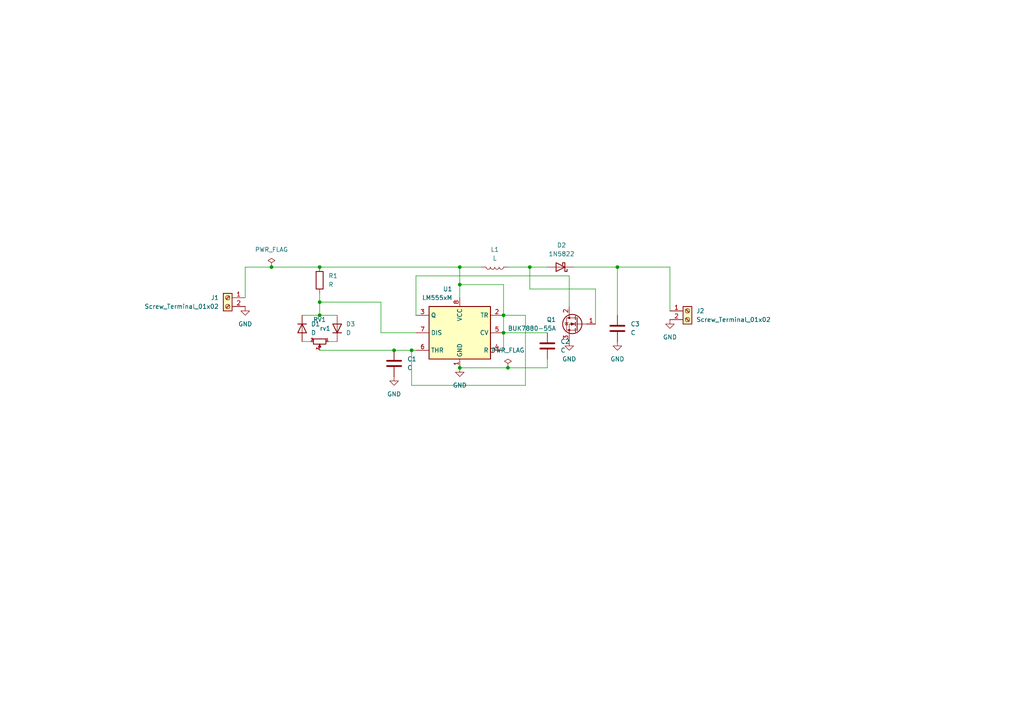
<source format=kicad_sch>
(kicad_sch
	(version 20250114)
	(generator "eeschema")
	(generator_version "9.0")
	(uuid "eabedc45-54a9-40a8-aaa3-efbe62cd3bf7")
	(paper "A4")
	(lib_symbols
		(symbol "Connector:Screw_Terminal_01x02"
			(pin_names
				(offset 1.016)
				(hide yes)
			)
			(exclude_from_sim no)
			(in_bom yes)
			(on_board yes)
			(property "Reference" "J"
				(at 0 2.54 0)
				(effects
					(font
						(size 1.27 1.27)
					)
				)
			)
			(property "Value" "Screw_Terminal_01x02"
				(at 0 -5.08 0)
				(effects
					(font
						(size 1.27 1.27)
					)
				)
			)
			(property "Footprint" ""
				(at 0 0 0)
				(effects
					(font
						(size 1.27 1.27)
					)
					(hide yes)
				)
			)
			(property "Datasheet" "~"
				(at 0 0 0)
				(effects
					(font
						(size 1.27 1.27)
					)
					(hide yes)
				)
			)
			(property "Description" "Generic screw terminal, single row, 01x02, script generated (kicad-library-utils/schlib/autogen/connector/)"
				(at 0 0 0)
				(effects
					(font
						(size 1.27 1.27)
					)
					(hide yes)
				)
			)
			(property "ki_keywords" "screw terminal"
				(at 0 0 0)
				(effects
					(font
						(size 1.27 1.27)
					)
					(hide yes)
				)
			)
			(property "ki_fp_filters" "TerminalBlock*:*"
				(at 0 0 0)
				(effects
					(font
						(size 1.27 1.27)
					)
					(hide yes)
				)
			)
			(symbol "Screw_Terminal_01x02_1_1"
				(rectangle
					(start -1.27 1.27)
					(end 1.27 -3.81)
					(stroke
						(width 0.254)
						(type default)
					)
					(fill
						(type background)
					)
				)
				(polyline
					(pts
						(xy -0.5334 0.3302) (xy 0.3302 -0.508)
					)
					(stroke
						(width 0.1524)
						(type default)
					)
					(fill
						(type none)
					)
				)
				(polyline
					(pts
						(xy -0.5334 -2.2098) (xy 0.3302 -3.048)
					)
					(stroke
						(width 0.1524)
						(type default)
					)
					(fill
						(type none)
					)
				)
				(polyline
					(pts
						(xy -0.3556 0.508) (xy 0.508 -0.3302)
					)
					(stroke
						(width 0.1524)
						(type default)
					)
					(fill
						(type none)
					)
				)
				(polyline
					(pts
						(xy -0.3556 -2.032) (xy 0.508 -2.8702)
					)
					(stroke
						(width 0.1524)
						(type default)
					)
					(fill
						(type none)
					)
				)
				(circle
					(center 0 0)
					(radius 0.635)
					(stroke
						(width 0.1524)
						(type default)
					)
					(fill
						(type none)
					)
				)
				(circle
					(center 0 -2.54)
					(radius 0.635)
					(stroke
						(width 0.1524)
						(type default)
					)
					(fill
						(type none)
					)
				)
				(pin passive line
					(at -5.08 0 0)
					(length 3.81)
					(name "Pin_1"
						(effects
							(font
								(size 1.27 1.27)
							)
						)
					)
					(number "1"
						(effects
							(font
								(size 1.27 1.27)
							)
						)
					)
				)
				(pin passive line
					(at -5.08 -2.54 0)
					(length 3.81)
					(name "Pin_2"
						(effects
							(font
								(size 1.27 1.27)
							)
						)
					)
					(number "2"
						(effects
							(font
								(size 1.27 1.27)
							)
						)
					)
				)
			)
			(embedded_fonts no)
		)
		(symbol "Device:C"
			(pin_numbers
				(hide yes)
			)
			(pin_names
				(offset 0.254)
			)
			(exclude_from_sim no)
			(in_bom yes)
			(on_board yes)
			(property "Reference" "C"
				(at 0.635 2.54 0)
				(effects
					(font
						(size 1.27 1.27)
					)
					(justify left)
				)
			)
			(property "Value" "C"
				(at 0.635 -2.54 0)
				(effects
					(font
						(size 1.27 1.27)
					)
					(justify left)
				)
			)
			(property "Footprint" ""
				(at 0.9652 -3.81 0)
				(effects
					(font
						(size 1.27 1.27)
					)
					(hide yes)
				)
			)
			(property "Datasheet" "~"
				(at 0 0 0)
				(effects
					(font
						(size 1.27 1.27)
					)
					(hide yes)
				)
			)
			(property "Description" "Unpolarized capacitor"
				(at 0 0 0)
				(effects
					(font
						(size 1.27 1.27)
					)
					(hide yes)
				)
			)
			(property "ki_keywords" "cap capacitor"
				(at 0 0 0)
				(effects
					(font
						(size 1.27 1.27)
					)
					(hide yes)
				)
			)
			(property "ki_fp_filters" "C_*"
				(at 0 0 0)
				(effects
					(font
						(size 1.27 1.27)
					)
					(hide yes)
				)
			)
			(symbol "C_0_1"
				(polyline
					(pts
						(xy -2.032 0.762) (xy 2.032 0.762)
					)
					(stroke
						(width 0.508)
						(type default)
					)
					(fill
						(type none)
					)
				)
				(polyline
					(pts
						(xy -2.032 -0.762) (xy 2.032 -0.762)
					)
					(stroke
						(width 0.508)
						(type default)
					)
					(fill
						(type none)
					)
				)
			)
			(symbol "C_1_1"
				(pin passive line
					(at 0 3.81 270)
					(length 2.794)
					(name "~"
						(effects
							(font
								(size 1.27 1.27)
							)
						)
					)
					(number "1"
						(effects
							(font
								(size 1.27 1.27)
							)
						)
					)
				)
				(pin passive line
					(at 0 -3.81 90)
					(length 2.794)
					(name "~"
						(effects
							(font
								(size 1.27 1.27)
							)
						)
					)
					(number "2"
						(effects
							(font
								(size 1.27 1.27)
							)
						)
					)
				)
			)
			(embedded_fonts no)
		)
		(symbol "Device:D"
			(pin_numbers
				(hide yes)
			)
			(pin_names
				(offset 1.016)
				(hide yes)
			)
			(exclude_from_sim no)
			(in_bom yes)
			(on_board yes)
			(property "Reference" "D"
				(at 0 2.54 0)
				(effects
					(font
						(size 1.27 1.27)
					)
				)
			)
			(property "Value" "D"
				(at 0 -2.54 0)
				(effects
					(font
						(size 1.27 1.27)
					)
				)
			)
			(property "Footprint" ""
				(at 0 0 0)
				(effects
					(font
						(size 1.27 1.27)
					)
					(hide yes)
				)
			)
			(property "Datasheet" "~"
				(at 0 0 0)
				(effects
					(font
						(size 1.27 1.27)
					)
					(hide yes)
				)
			)
			(property "Description" "Diode"
				(at 0 0 0)
				(effects
					(font
						(size 1.27 1.27)
					)
					(hide yes)
				)
			)
			(property "Sim.Device" "D"
				(at 0 0 0)
				(effects
					(font
						(size 1.27 1.27)
					)
					(hide yes)
				)
			)
			(property "Sim.Pins" "1=K 2=A"
				(at 0 0 0)
				(effects
					(font
						(size 1.27 1.27)
					)
					(hide yes)
				)
			)
			(property "ki_keywords" "diode"
				(at 0 0 0)
				(effects
					(font
						(size 1.27 1.27)
					)
					(hide yes)
				)
			)
			(property "ki_fp_filters" "TO-???* *_Diode_* *SingleDiode* D_*"
				(at 0 0 0)
				(effects
					(font
						(size 1.27 1.27)
					)
					(hide yes)
				)
			)
			(symbol "D_0_1"
				(polyline
					(pts
						(xy -1.27 1.27) (xy -1.27 -1.27)
					)
					(stroke
						(width 0.254)
						(type default)
					)
					(fill
						(type none)
					)
				)
				(polyline
					(pts
						(xy 1.27 1.27) (xy 1.27 -1.27) (xy -1.27 0) (xy 1.27 1.27)
					)
					(stroke
						(width 0.254)
						(type default)
					)
					(fill
						(type none)
					)
				)
				(polyline
					(pts
						(xy 1.27 0) (xy -1.27 0)
					)
					(stroke
						(width 0)
						(type default)
					)
					(fill
						(type none)
					)
				)
			)
			(symbol "D_1_1"
				(pin passive line
					(at -3.81 0 0)
					(length 2.54)
					(name "K"
						(effects
							(font
								(size 1.27 1.27)
							)
						)
					)
					(number "1"
						(effects
							(font
								(size 1.27 1.27)
							)
						)
					)
				)
				(pin passive line
					(at 3.81 0 180)
					(length 2.54)
					(name "A"
						(effects
							(font
								(size 1.27 1.27)
							)
						)
					)
					(number "2"
						(effects
							(font
								(size 1.27 1.27)
							)
						)
					)
				)
			)
			(embedded_fonts no)
		)
		(symbol "Device:L"
			(pin_numbers
				(hide yes)
			)
			(pin_names
				(offset 1.016)
				(hide yes)
			)
			(exclude_from_sim no)
			(in_bom yes)
			(on_board yes)
			(property "Reference" "L"
				(at -1.27 0 90)
				(effects
					(font
						(size 1.27 1.27)
					)
				)
			)
			(property "Value" "L"
				(at 1.905 0 90)
				(effects
					(font
						(size 1.27 1.27)
					)
				)
			)
			(property "Footprint" ""
				(at 0 0 0)
				(effects
					(font
						(size 1.27 1.27)
					)
					(hide yes)
				)
			)
			(property "Datasheet" "~"
				(at 0 0 0)
				(effects
					(font
						(size 1.27 1.27)
					)
					(hide yes)
				)
			)
			(property "Description" "Inductor"
				(at 0 0 0)
				(effects
					(font
						(size 1.27 1.27)
					)
					(hide yes)
				)
			)
			(property "ki_keywords" "inductor choke coil reactor magnetic"
				(at 0 0 0)
				(effects
					(font
						(size 1.27 1.27)
					)
					(hide yes)
				)
			)
			(property "ki_fp_filters" "Choke_* *Coil* Inductor_* L_*"
				(at 0 0 0)
				(effects
					(font
						(size 1.27 1.27)
					)
					(hide yes)
				)
			)
			(symbol "L_0_1"
				(arc
					(start 0 2.54)
					(mid 0.6323 1.905)
					(end 0 1.27)
					(stroke
						(width 0)
						(type default)
					)
					(fill
						(type none)
					)
				)
				(arc
					(start 0 1.27)
					(mid 0.6323 0.635)
					(end 0 0)
					(stroke
						(width 0)
						(type default)
					)
					(fill
						(type none)
					)
				)
				(arc
					(start 0 0)
					(mid 0.6323 -0.635)
					(end 0 -1.27)
					(stroke
						(width 0)
						(type default)
					)
					(fill
						(type none)
					)
				)
				(arc
					(start 0 -1.27)
					(mid 0.6323 -1.905)
					(end 0 -2.54)
					(stroke
						(width 0)
						(type default)
					)
					(fill
						(type none)
					)
				)
			)
			(symbol "L_1_1"
				(pin passive line
					(at 0 3.81 270)
					(length 1.27)
					(name "1"
						(effects
							(font
								(size 1.27 1.27)
							)
						)
					)
					(number "1"
						(effects
							(font
								(size 1.27 1.27)
							)
						)
					)
				)
				(pin passive line
					(at 0 -3.81 90)
					(length 1.27)
					(name "2"
						(effects
							(font
								(size 1.27 1.27)
							)
						)
					)
					(number "2"
						(effects
							(font
								(size 1.27 1.27)
							)
						)
					)
				)
			)
			(embedded_fonts no)
		)
		(symbol "Device:R"
			(pin_numbers
				(hide yes)
			)
			(pin_names
				(offset 0)
			)
			(exclude_from_sim no)
			(in_bom yes)
			(on_board yes)
			(property "Reference" "R"
				(at 2.032 0 90)
				(effects
					(font
						(size 1.27 1.27)
					)
				)
			)
			(property "Value" "R"
				(at 0 0 90)
				(effects
					(font
						(size 1.27 1.27)
					)
				)
			)
			(property "Footprint" ""
				(at -1.778 0 90)
				(effects
					(font
						(size 1.27 1.27)
					)
					(hide yes)
				)
			)
			(property "Datasheet" "~"
				(at 0 0 0)
				(effects
					(font
						(size 1.27 1.27)
					)
					(hide yes)
				)
			)
			(property "Description" "Resistor"
				(at 0 0 0)
				(effects
					(font
						(size 1.27 1.27)
					)
					(hide yes)
				)
			)
			(property "ki_keywords" "R res resistor"
				(at 0 0 0)
				(effects
					(font
						(size 1.27 1.27)
					)
					(hide yes)
				)
			)
			(property "ki_fp_filters" "R_*"
				(at 0 0 0)
				(effects
					(font
						(size 1.27 1.27)
					)
					(hide yes)
				)
			)
			(symbol "R_0_1"
				(rectangle
					(start -1.016 -2.54)
					(end 1.016 2.54)
					(stroke
						(width 0.254)
						(type default)
					)
					(fill
						(type none)
					)
				)
			)
			(symbol "R_1_1"
				(pin passive line
					(at 0 3.81 270)
					(length 1.27)
					(name "~"
						(effects
							(font
								(size 1.27 1.27)
							)
						)
					)
					(number "1"
						(effects
							(font
								(size 1.27 1.27)
							)
						)
					)
				)
				(pin passive line
					(at 0 -3.81 90)
					(length 1.27)
					(name "~"
						(effects
							(font
								(size 1.27 1.27)
							)
						)
					)
					(number "2"
						(effects
							(font
								(size 1.27 1.27)
							)
						)
					)
				)
			)
			(embedded_fonts no)
		)
		(symbol "Device:R_Potentiometer_Small"
			(pin_names
				(offset 1.016)
				(hide yes)
			)
			(exclude_from_sim no)
			(in_bom yes)
			(on_board yes)
			(property "Reference" "RV"
				(at -4.445 0 90)
				(effects
					(font
						(size 1.27 1.27)
					)
				)
			)
			(property "Value" "R_Potentiometer_Small"
				(at -2.54 0 90)
				(effects
					(font
						(size 1.27 1.27)
					)
				)
			)
			(property "Footprint" ""
				(at 0 0 0)
				(effects
					(font
						(size 1.27 1.27)
					)
					(hide yes)
				)
			)
			(property "Datasheet" "~"
				(at 0 0 0)
				(effects
					(font
						(size 1.27 1.27)
					)
					(hide yes)
				)
			)
			(property "Description" "Potentiometer"
				(at 0 0 0)
				(effects
					(font
						(size 1.27 1.27)
					)
					(hide yes)
				)
			)
			(property "ki_keywords" "resistor variable"
				(at 0 0 0)
				(effects
					(font
						(size 1.27 1.27)
					)
					(hide yes)
				)
			)
			(property "ki_fp_filters" "Potentiometer*"
				(at 0 0 0)
				(effects
					(font
						(size 1.27 1.27)
					)
					(hide yes)
				)
			)
			(symbol "R_Potentiometer_Small_0_1"
				(rectangle
					(start 0.762 1.8034)
					(end -0.762 -1.8034)
					(stroke
						(width 0.254)
						(type default)
					)
					(fill
						(type none)
					)
				)
				(polyline
					(pts
						(xy 0.889 0) (xy 0.635 0) (xy 1.651 0.381) (xy 1.651 -0.381) (xy 0.635 0) (xy 0.889 0)
					)
					(stroke
						(width 0)
						(type default)
					)
					(fill
						(type outline)
					)
				)
			)
			(symbol "R_Potentiometer_Small_1_1"
				(pin passive line
					(at 0 2.54 270)
					(length 0.635)
					(name "1"
						(effects
							(font
								(size 0.635 0.635)
							)
						)
					)
					(number "1"
						(effects
							(font
								(size 0.635 0.635)
							)
						)
					)
				)
				(pin passive line
					(at 0 -2.54 90)
					(length 0.635)
					(name "3"
						(effects
							(font
								(size 0.635 0.635)
							)
						)
					)
					(number "3"
						(effects
							(font
								(size 0.635 0.635)
							)
						)
					)
				)
				(pin passive line
					(at 2.54 0 180)
					(length 0.9906)
					(name "2"
						(effects
							(font
								(size 0.635 0.635)
							)
						)
					)
					(number "2"
						(effects
							(font
								(size 0.635 0.635)
							)
						)
					)
				)
			)
			(embedded_fonts no)
		)
		(symbol "Diode:1N5822"
			(pin_numbers
				(hide yes)
			)
			(pin_names
				(offset 1.016)
				(hide yes)
			)
			(exclude_from_sim no)
			(in_bom yes)
			(on_board yes)
			(property "Reference" "D"
				(at 0 2.54 0)
				(effects
					(font
						(size 1.27 1.27)
					)
				)
			)
			(property "Value" "1N5822"
				(at 0 -2.54 0)
				(effects
					(font
						(size 1.27 1.27)
					)
				)
			)
			(property "Footprint" "Diode_THT:D_DO-201AD_P15.24mm_Horizontal"
				(at 0 -4.445 0)
				(effects
					(font
						(size 1.27 1.27)
					)
					(hide yes)
				)
			)
			(property "Datasheet" "http://www.vishay.com/docs/88526/1n5820.pdf"
				(at 0 0 0)
				(effects
					(font
						(size 1.27 1.27)
					)
					(hide yes)
				)
			)
			(property "Description" "40V 3A Schottky Barrier Rectifier Diode, DO-201AD"
				(at 0 0 0)
				(effects
					(font
						(size 1.27 1.27)
					)
					(hide yes)
				)
			)
			(property "ki_keywords" "diode Schottky"
				(at 0 0 0)
				(effects
					(font
						(size 1.27 1.27)
					)
					(hide yes)
				)
			)
			(property "ki_fp_filters" "D*DO?201AD*"
				(at 0 0 0)
				(effects
					(font
						(size 1.27 1.27)
					)
					(hide yes)
				)
			)
			(symbol "1N5822_0_1"
				(polyline
					(pts
						(xy -1.905 0.635) (xy -1.905 1.27) (xy -1.27 1.27) (xy -1.27 -1.27) (xy -0.635 -1.27) (xy -0.635 -0.635)
					)
					(stroke
						(width 0.254)
						(type default)
					)
					(fill
						(type none)
					)
				)
				(polyline
					(pts
						(xy 1.27 1.27) (xy 1.27 -1.27) (xy -1.27 0) (xy 1.27 1.27)
					)
					(stroke
						(width 0.254)
						(type default)
					)
					(fill
						(type none)
					)
				)
				(polyline
					(pts
						(xy 1.27 0) (xy -1.27 0)
					)
					(stroke
						(width 0)
						(type default)
					)
					(fill
						(type none)
					)
				)
			)
			(symbol "1N5822_1_1"
				(pin passive line
					(at -3.81 0 0)
					(length 2.54)
					(name "K"
						(effects
							(font
								(size 1.27 1.27)
							)
						)
					)
					(number "1"
						(effects
							(font
								(size 1.27 1.27)
							)
						)
					)
				)
				(pin passive line
					(at 3.81 0 180)
					(length 2.54)
					(name "A"
						(effects
							(font
								(size 1.27 1.27)
							)
						)
					)
					(number "2"
						(effects
							(font
								(size 1.27 1.27)
							)
						)
					)
				)
			)
			(embedded_fonts no)
		)
		(symbol "Timer:LM555xM"
			(exclude_from_sim no)
			(in_bom yes)
			(on_board yes)
			(property "Reference" "U"
				(at -10.16 8.89 0)
				(effects
					(font
						(size 1.27 1.27)
					)
					(justify left)
				)
			)
			(property "Value" "LM555xM"
				(at 2.54 8.89 0)
				(effects
					(font
						(size 1.27 1.27)
					)
					(justify left)
				)
			)
			(property "Footprint" "Package_SO:SOIC-8_3.9x4.9mm_P1.27mm"
				(at 21.59 -10.16 0)
				(effects
					(font
						(size 1.27 1.27)
					)
					(hide yes)
				)
			)
			(property "Datasheet" "http://www.ti.com/lit/ds/symlink/lm555.pdf"
				(at 21.59 -10.16 0)
				(effects
					(font
						(size 1.27 1.27)
					)
					(hide yes)
				)
			)
			(property "Description" "Timer, 555 compatible, SOIC-8"
				(at 0 0 0)
				(effects
					(font
						(size 1.27 1.27)
					)
					(hide yes)
				)
			)
			(property "ki_keywords" "single timer 555"
				(at 0 0 0)
				(effects
					(font
						(size 1.27 1.27)
					)
					(hide yes)
				)
			)
			(property "ki_fp_filters" "SOIC*3.9x4.9mm*P1.27mm*"
				(at 0 0 0)
				(effects
					(font
						(size 1.27 1.27)
					)
					(hide yes)
				)
			)
			(symbol "LM555xM_0_0"
				(pin power_in line
					(at 0 10.16 270)
					(length 2.54)
					(name "VCC"
						(effects
							(font
								(size 1.27 1.27)
							)
						)
					)
					(number "8"
						(effects
							(font
								(size 1.27 1.27)
							)
						)
					)
				)
				(pin power_in line
					(at 0 -10.16 90)
					(length 2.54)
					(name "GND"
						(effects
							(font
								(size 1.27 1.27)
							)
						)
					)
					(number "1"
						(effects
							(font
								(size 1.27 1.27)
							)
						)
					)
				)
			)
			(symbol "LM555xM_0_1"
				(rectangle
					(start -8.89 -7.62)
					(end 8.89 7.62)
					(stroke
						(width 0.254)
						(type default)
					)
					(fill
						(type background)
					)
				)
				(rectangle
					(start -8.89 -7.62)
					(end 8.89 7.62)
					(stroke
						(width 0.254)
						(type default)
					)
					(fill
						(type background)
					)
				)
			)
			(symbol "LM555xM_1_1"
				(pin input line
					(at -12.7 5.08 0)
					(length 3.81)
					(name "TR"
						(effects
							(font
								(size 1.27 1.27)
							)
						)
					)
					(number "2"
						(effects
							(font
								(size 1.27 1.27)
							)
						)
					)
				)
				(pin input line
					(at -12.7 0 0)
					(length 3.81)
					(name "CV"
						(effects
							(font
								(size 1.27 1.27)
							)
						)
					)
					(number "5"
						(effects
							(font
								(size 1.27 1.27)
							)
						)
					)
				)
				(pin input inverted
					(at -12.7 -5.08 0)
					(length 3.81)
					(name "R"
						(effects
							(font
								(size 1.27 1.27)
							)
						)
					)
					(number "4"
						(effects
							(font
								(size 1.27 1.27)
							)
						)
					)
				)
				(pin output line
					(at 12.7 5.08 180)
					(length 3.81)
					(name "Q"
						(effects
							(font
								(size 1.27 1.27)
							)
						)
					)
					(number "3"
						(effects
							(font
								(size 1.27 1.27)
							)
						)
					)
				)
				(pin input line
					(at 12.7 0 180)
					(length 3.81)
					(name "DIS"
						(effects
							(font
								(size 1.27 1.27)
							)
						)
					)
					(number "7"
						(effects
							(font
								(size 1.27 1.27)
							)
						)
					)
				)
				(pin input line
					(at 12.7 -5.08 180)
					(length 3.81)
					(name "THR"
						(effects
							(font
								(size 1.27 1.27)
							)
						)
					)
					(number "6"
						(effects
							(font
								(size 1.27 1.27)
							)
						)
					)
				)
			)
			(embedded_fonts no)
		)
		(symbol "Transistor_FET:BUK7880-55A"
			(pin_names
				(hide yes)
			)
			(exclude_from_sim no)
			(in_bom yes)
			(on_board yes)
			(property "Reference" "Q"
				(at 5.08 1.905 0)
				(effects
					(font
						(size 1.27 1.27)
					)
					(justify left)
				)
			)
			(property "Value" "BUK7880-55A"
				(at 5.08 0 0)
				(effects
					(font
						(size 1.27 1.27)
					)
					(justify left)
				)
			)
			(property "Footprint" "Package_TO_SOT_SMD:SOT-223-3_TabPin2"
				(at 5.08 -1.905 0)
				(effects
					(font
						(size 1.27 1.27)
						(italic yes)
					)
					(justify left)
					(hide yes)
				)
			)
			(property "Datasheet" "https://assets.nexperia.com/documents/data-sheet/BUK7880-55A.pdf"
				(at 5.08 -3.81 0)
				(effects
					(font
						(size 1.27 1.27)
					)
					(justify left)
					(hide yes)
				)
			)
			(property "Description" "7A Id, 55V Vds, N-Channel Enhancement Mode MOSFET, SOT-223"
				(at 0 0 0)
				(effects
					(font
						(size 1.27 1.27)
					)
					(hide yes)
				)
			)
			(property "ki_keywords" "n-channel n channel mosfet enhancement mode"
				(at 0 0 0)
				(effects
					(font
						(size 1.27 1.27)
					)
					(hide yes)
				)
			)
			(property "ki_fp_filters" "SOT?223*"
				(at 0 0 0)
				(effects
					(font
						(size 1.27 1.27)
					)
					(hide yes)
				)
			)
			(symbol "BUK7880-55A_0_1"
				(polyline
					(pts
						(xy 0.254 1.905) (xy 0.254 -1.905)
					)
					(stroke
						(width 0.254)
						(type default)
					)
					(fill
						(type none)
					)
				)
				(polyline
					(pts
						(xy 0.254 0) (xy -2.54 0)
					)
					(stroke
						(width 0)
						(type default)
					)
					(fill
						(type none)
					)
				)
				(polyline
					(pts
						(xy 0.762 2.286) (xy 0.762 1.27)
					)
					(stroke
						(width 0.254)
						(type default)
					)
					(fill
						(type none)
					)
				)
				(polyline
					(pts
						(xy 0.762 0.508) (xy 0.762 -0.508)
					)
					(stroke
						(width 0.254)
						(type default)
					)
					(fill
						(type none)
					)
				)
				(polyline
					(pts
						(xy 0.762 -1.27) (xy 0.762 -2.286)
					)
					(stroke
						(width 0.254)
						(type default)
					)
					(fill
						(type none)
					)
				)
				(polyline
					(pts
						(xy 0.762 -1.778) (xy 3.302 -1.778) (xy 3.302 1.778) (xy 0.762 1.778)
					)
					(stroke
						(width 0)
						(type default)
					)
					(fill
						(type none)
					)
				)
				(polyline
					(pts
						(xy 1.016 0) (xy 2.032 0.381) (xy 2.032 -0.381) (xy 1.016 0)
					)
					(stroke
						(width 0)
						(type default)
					)
					(fill
						(type outline)
					)
				)
				(circle
					(center 1.651 0)
					(radius 2.794)
					(stroke
						(width 0.254)
						(type default)
					)
					(fill
						(type none)
					)
				)
				(polyline
					(pts
						(xy 2.54 2.54) (xy 2.54 1.778)
					)
					(stroke
						(width 0)
						(type default)
					)
					(fill
						(type none)
					)
				)
				(circle
					(center 2.54 1.778)
					(radius 0.254)
					(stroke
						(width 0)
						(type default)
					)
					(fill
						(type outline)
					)
				)
				(circle
					(center 2.54 -1.778)
					(radius 0.254)
					(stroke
						(width 0)
						(type default)
					)
					(fill
						(type outline)
					)
				)
				(polyline
					(pts
						(xy 2.54 -2.54) (xy 2.54 0) (xy 0.762 0)
					)
					(stroke
						(width 0)
						(type default)
					)
					(fill
						(type none)
					)
				)
				(polyline
					(pts
						(xy 2.794 0.508) (xy 2.921 0.381) (xy 3.683 0.381) (xy 3.81 0.254)
					)
					(stroke
						(width 0)
						(type default)
					)
					(fill
						(type none)
					)
				)
				(polyline
					(pts
						(xy 3.302 0.381) (xy 2.921 -0.254) (xy 3.683 -0.254) (xy 3.302 0.381)
					)
					(stroke
						(width 0)
						(type default)
					)
					(fill
						(type none)
					)
				)
			)
			(symbol "BUK7880-55A_1_1"
				(pin input line
					(at -5.08 0 0)
					(length 2.54)
					(name "G"
						(effects
							(font
								(size 1.27 1.27)
							)
						)
					)
					(number "1"
						(effects
							(font
								(size 1.27 1.27)
							)
						)
					)
				)
				(pin passive line
					(at 2.54 5.08 270)
					(length 2.54)
					(name "D"
						(effects
							(font
								(size 1.27 1.27)
							)
						)
					)
					(number "2"
						(effects
							(font
								(size 1.27 1.27)
							)
						)
					)
				)
				(pin passive line
					(at 2.54 -5.08 90)
					(length 2.54)
					(name "S"
						(effects
							(font
								(size 1.27 1.27)
							)
						)
					)
					(number "3"
						(effects
							(font
								(size 1.27 1.27)
							)
						)
					)
				)
			)
			(embedded_fonts no)
		)
		(symbol "power:GND"
			(power)
			(pin_numbers
				(hide yes)
			)
			(pin_names
				(offset 0)
				(hide yes)
			)
			(exclude_from_sim no)
			(in_bom yes)
			(on_board yes)
			(property "Reference" "#PWR"
				(at 0 -6.35 0)
				(effects
					(font
						(size 1.27 1.27)
					)
					(hide yes)
				)
			)
			(property "Value" "GND"
				(at 0 -3.81 0)
				(effects
					(font
						(size 1.27 1.27)
					)
				)
			)
			(property "Footprint" ""
				(at 0 0 0)
				(effects
					(font
						(size 1.27 1.27)
					)
					(hide yes)
				)
			)
			(property "Datasheet" ""
				(at 0 0 0)
				(effects
					(font
						(size 1.27 1.27)
					)
					(hide yes)
				)
			)
			(property "Description" "Power symbol creates a global label with name \"GND\" , ground"
				(at 0 0 0)
				(effects
					(font
						(size 1.27 1.27)
					)
					(hide yes)
				)
			)
			(property "ki_keywords" "global power"
				(at 0 0 0)
				(effects
					(font
						(size 1.27 1.27)
					)
					(hide yes)
				)
			)
			(symbol "GND_0_1"
				(polyline
					(pts
						(xy 0 0) (xy 0 -1.27) (xy 1.27 -1.27) (xy 0 -2.54) (xy -1.27 -1.27) (xy 0 -1.27)
					)
					(stroke
						(width 0)
						(type default)
					)
					(fill
						(type none)
					)
				)
			)
			(symbol "GND_1_1"
				(pin power_in line
					(at 0 0 270)
					(length 0)
					(name "~"
						(effects
							(font
								(size 1.27 1.27)
							)
						)
					)
					(number "1"
						(effects
							(font
								(size 1.27 1.27)
							)
						)
					)
				)
			)
			(embedded_fonts no)
		)
		(symbol "power:PWR_FLAG"
			(power)
			(pin_numbers
				(hide yes)
			)
			(pin_names
				(offset 0)
				(hide yes)
			)
			(exclude_from_sim no)
			(in_bom yes)
			(on_board yes)
			(property "Reference" "#FLG"
				(at 0 1.905 0)
				(effects
					(font
						(size 1.27 1.27)
					)
					(hide yes)
				)
			)
			(property "Value" "PWR_FLAG"
				(at 0 3.81 0)
				(effects
					(font
						(size 1.27 1.27)
					)
				)
			)
			(property "Footprint" ""
				(at 0 0 0)
				(effects
					(font
						(size 1.27 1.27)
					)
					(hide yes)
				)
			)
			(property "Datasheet" "~"
				(at 0 0 0)
				(effects
					(font
						(size 1.27 1.27)
					)
					(hide yes)
				)
			)
			(property "Description" "Special symbol for telling ERC where power comes from"
				(at 0 0 0)
				(effects
					(font
						(size 1.27 1.27)
					)
					(hide yes)
				)
			)
			(property "ki_keywords" "flag power"
				(at 0 0 0)
				(effects
					(font
						(size 1.27 1.27)
					)
					(hide yes)
				)
			)
			(symbol "PWR_FLAG_0_0"
				(pin power_out line
					(at 0 0 90)
					(length 0)
					(name "~"
						(effects
							(font
								(size 1.27 1.27)
							)
						)
					)
					(number "1"
						(effects
							(font
								(size 1.27 1.27)
							)
						)
					)
				)
			)
			(symbol "PWR_FLAG_0_1"
				(polyline
					(pts
						(xy 0 0) (xy 0 1.27) (xy -1.016 1.905) (xy 0 2.54) (xy 1.016 1.905) (xy 0 1.27)
					)
					(stroke
						(width 0)
						(type default)
					)
					(fill
						(type none)
					)
				)
			)
			(embedded_fonts no)
		)
	)
	(junction
		(at 92.71 91.44)
		(diameter 0)
		(color 0 0 0 0)
		(uuid "1153ba45-a72b-4723-aacc-230e6102b93f")
	)
	(junction
		(at 92.71 87.63)
		(diameter 0)
		(color 0 0 0 0)
		(uuid "20c0a78c-8975-4a59-863f-0111b26b0d02")
	)
	(junction
		(at 114.3 101.6)
		(diameter 0)
		(color 0 0 0 0)
		(uuid "395ce252-df54-4d71-940d-9993f6557a14")
	)
	(junction
		(at 133.35 77.47)
		(diameter 0)
		(color 0 0 0 0)
		(uuid "3a3ac191-3ece-42b5-8ffa-04f4fc44b0f2")
	)
	(junction
		(at 133.35 106.68)
		(diameter 0)
		(color 0 0 0 0)
		(uuid "3a7ef070-7b60-4521-8383-d4ac80184a91")
	)
	(junction
		(at 146.05 91.44)
		(diameter 0)
		(color 0 0 0 0)
		(uuid "3b7eb262-1e99-4997-8132-ced2ae2f93dc")
	)
	(junction
		(at 133.35 82.55)
		(diameter 0)
		(color 0 0 0 0)
		(uuid "3c92c085-4a4b-4a57-8bdb-66c16c266a18")
	)
	(junction
		(at 153.67 77.47)
		(diameter 0)
		(color 0 0 0 0)
		(uuid "523b13fb-1929-4459-a6f1-52e526cd0f7c")
	)
	(junction
		(at 179.07 77.47)
		(diameter 0)
		(color 0 0 0 0)
		(uuid "6fd83935-b21e-4681-a2c9-492efe7f2ad7")
	)
	(junction
		(at 119.38 101.6)
		(diameter 0)
		(color 0 0 0 0)
		(uuid "8476f2db-6fc8-40ff-884f-a9dce23d5b83")
	)
	(junction
		(at 146.05 96.52)
		(diameter 0)
		(color 0 0 0 0)
		(uuid "90b68eec-56cb-45ba-ae9f-741b7dff7a81")
	)
	(junction
		(at 147.32 106.68)
		(diameter 0)
		(color 0 0 0 0)
		(uuid "9aa9b66e-290b-4db1-94d5-69f9402647de")
	)
	(junction
		(at 92.71 77.47)
		(diameter 0)
		(color 0 0 0 0)
		(uuid "c764677d-0f1b-4798-914f-e52a25a2ce33")
	)
	(junction
		(at 78.74 77.47)
		(diameter 0)
		(color 0 0 0 0)
		(uuid "d1062b0c-0909-4875-9dcb-9bb0a60b7b22")
	)
	(wire
		(pts
			(xy 153.67 83.82) (xy 153.67 77.47)
		)
		(stroke
			(width 0)
			(type default)
		)
		(uuid "04dda5bb-ddcd-4ae0-b8ec-3e216020e61b")
	)
	(wire
		(pts
			(xy 147.32 106.68) (xy 133.35 106.68)
		)
		(stroke
			(width 0)
			(type default)
		)
		(uuid "08541fda-b661-4987-b920-f2598daf5eb9")
	)
	(wire
		(pts
			(xy 146.05 96.52) (xy 158.75 96.52)
		)
		(stroke
			(width 0)
			(type default)
		)
		(uuid "086ec9b8-9941-4da3-b08a-0fcba7474a75")
	)
	(wire
		(pts
			(xy 87.63 99.06) (xy 90.17 99.06)
		)
		(stroke
			(width 0)
			(type default)
		)
		(uuid "0c6112e7-3f98-4961-be07-d541c73929a7")
	)
	(wire
		(pts
			(xy 92.71 85.09) (xy 92.71 87.63)
		)
		(stroke
			(width 0)
			(type default)
		)
		(uuid "12eb93cc-f6a9-4736-b8b2-314e42c4e409")
	)
	(wire
		(pts
			(xy 146.05 82.55) (xy 133.35 82.55)
		)
		(stroke
			(width 0)
			(type default)
		)
		(uuid "172938ea-ad1d-4661-906c-0419435e45bd")
	)
	(wire
		(pts
			(xy 95.25 99.06) (xy 97.79 99.06)
		)
		(stroke
			(width 0)
			(type default)
		)
		(uuid "227991fe-60b2-4025-adfa-b8307ba10f5a")
	)
	(wire
		(pts
			(xy 194.31 77.47) (xy 179.07 77.47)
		)
		(stroke
			(width 0)
			(type default)
		)
		(uuid "25438727-758d-4658-b528-404e0ee7932f")
	)
	(wire
		(pts
			(xy 133.35 82.55) (xy 133.35 86.36)
		)
		(stroke
			(width 0)
			(type default)
		)
		(uuid "2fc7ae45-4713-48ba-950b-183eed1ddac5")
	)
	(wire
		(pts
			(xy 146.05 91.44) (xy 152.4 91.44)
		)
		(stroke
			(width 0)
			(type default)
		)
		(uuid "355e0086-dc06-425f-9c6d-88f6fead9cbf")
	)
	(wire
		(pts
			(xy 78.74 77.47) (xy 92.71 77.47)
		)
		(stroke
			(width 0)
			(type default)
		)
		(uuid "3a2069b9-d53f-4a01-92f0-8334cdd1480e")
	)
	(wire
		(pts
			(xy 92.71 77.47) (xy 133.35 77.47)
		)
		(stroke
			(width 0)
			(type default)
		)
		(uuid "3a9564dd-848f-4bca-94de-4caa6f624059")
	)
	(wire
		(pts
			(xy 92.71 91.44) (xy 97.79 91.44)
		)
		(stroke
			(width 0)
			(type default)
		)
		(uuid "4874bee3-b3f9-45af-b56f-dc77d2e5c44e")
	)
	(wire
		(pts
			(xy 158.75 106.68) (xy 147.32 106.68)
		)
		(stroke
			(width 0)
			(type default)
		)
		(uuid "51f4778c-639a-4af3-b018-c988f574fcaf")
	)
	(wire
		(pts
			(xy 110.49 96.52) (xy 120.65 96.52)
		)
		(stroke
			(width 0)
			(type default)
		)
		(uuid "52f61a91-180b-4cc8-ad34-2b8820954e94")
	)
	(wire
		(pts
			(xy 133.35 77.47) (xy 139.7 77.47)
		)
		(stroke
			(width 0)
			(type default)
		)
		(uuid "54c8669b-d5a2-4145-a01a-f5617ef2f588")
	)
	(wire
		(pts
			(xy 172.72 93.98) (xy 172.72 83.82)
		)
		(stroke
			(width 0)
			(type default)
		)
		(uuid "552d1a11-a65a-477a-97ab-db9f637e1b92")
	)
	(wire
		(pts
			(xy 92.71 101.6) (xy 114.3 101.6)
		)
		(stroke
			(width 0)
			(type default)
		)
		(uuid "560d3a7e-ec94-44c8-9f0e-bfbdbc3509f1")
	)
	(wire
		(pts
			(xy 165.1 80.01) (xy 120.65 80.01)
		)
		(stroke
			(width 0)
			(type default)
		)
		(uuid "56612178-e1b9-4de6-80c8-c1b58a10acdc")
	)
	(wire
		(pts
			(xy 110.49 87.63) (xy 110.49 96.52)
		)
		(stroke
			(width 0)
			(type default)
		)
		(uuid "5f09aa19-8e2d-4e91-b48d-8369023d87e2")
	)
	(wire
		(pts
			(xy 146.05 96.52) (xy 146.05 91.44)
		)
		(stroke
			(width 0)
			(type default)
		)
		(uuid "5f72e956-e334-4982-af91-7089f89af1db")
	)
	(wire
		(pts
			(xy 119.38 111.76) (xy 119.38 101.6)
		)
		(stroke
			(width 0)
			(type default)
		)
		(uuid "6359f487-c74b-4910-b7a1-2f0b8e2ebe74")
	)
	(wire
		(pts
			(xy 158.75 104.14) (xy 158.75 106.68)
		)
		(stroke
			(width 0)
			(type default)
		)
		(uuid "6b312ae0-4df8-484c-8437-b79ede227ef7")
	)
	(wire
		(pts
			(xy 92.71 87.63) (xy 110.49 87.63)
		)
		(stroke
			(width 0)
			(type default)
		)
		(uuid "6b6e7dc2-2b39-4da4-8b98-a1560a3cff47")
	)
	(wire
		(pts
			(xy 87.63 91.44) (xy 92.71 91.44)
		)
		(stroke
			(width 0)
			(type default)
		)
		(uuid "6dc800a8-e1b2-4902-98b0-629c835b5432")
	)
	(wire
		(pts
			(xy 152.4 111.76) (xy 119.38 111.76)
		)
		(stroke
			(width 0)
			(type default)
		)
		(uuid "6ecc81e7-bd72-41bf-9de5-70072472cecb")
	)
	(wire
		(pts
			(xy 133.35 77.47) (xy 133.35 82.55)
		)
		(stroke
			(width 0)
			(type default)
		)
		(uuid "70c8bdba-8272-4f84-a77e-6558a6064579")
	)
	(wire
		(pts
			(xy 147.32 77.47) (xy 153.67 77.47)
		)
		(stroke
			(width 0)
			(type default)
		)
		(uuid "816408e3-f4d9-4795-8b4a-12829f399313")
	)
	(wire
		(pts
			(xy 146.05 101.6) (xy 146.05 96.52)
		)
		(stroke
			(width 0)
			(type default)
		)
		(uuid "92f2a49a-a021-4f21-b47a-237f632580ca")
	)
	(wire
		(pts
			(xy 153.67 77.47) (xy 158.75 77.47)
		)
		(stroke
			(width 0)
			(type default)
		)
		(uuid "990c924d-f68c-4258-86d2-fa8bf0202e2f")
	)
	(wire
		(pts
			(xy 146.05 91.44) (xy 146.05 82.55)
		)
		(stroke
			(width 0)
			(type default)
		)
		(uuid "9e4e2ab7-6071-4e40-b7b5-5e64e0bf04ba")
	)
	(wire
		(pts
			(xy 114.3 101.6) (xy 119.38 101.6)
		)
		(stroke
			(width 0)
			(type default)
		)
		(uuid "a89226c3-c157-4f97-a5f7-cb0848f2b747")
	)
	(wire
		(pts
			(xy 165.1 88.9) (xy 165.1 80.01)
		)
		(stroke
			(width 0)
			(type default)
		)
		(uuid "aaf40eb1-3e87-4c2a-9aa3-e717226355a4")
	)
	(wire
		(pts
			(xy 71.12 86.36) (xy 71.12 77.47)
		)
		(stroke
			(width 0)
			(type default)
		)
		(uuid "ada6518e-8be2-4266-ab5b-90d1256cae16")
	)
	(wire
		(pts
			(xy 172.72 83.82) (xy 153.67 83.82)
		)
		(stroke
			(width 0)
			(type default)
		)
		(uuid "bbf7f8c1-0090-4135-b961-ccc4b68d6866")
	)
	(wire
		(pts
			(xy 166.37 77.47) (xy 179.07 77.47)
		)
		(stroke
			(width 0)
			(type default)
		)
		(uuid "c174ee10-9062-46be-a743-feadf17e7cd5")
	)
	(wire
		(pts
			(xy 92.71 87.63) (xy 92.71 91.44)
		)
		(stroke
			(width 0)
			(type default)
		)
		(uuid "d1bf9a52-da2e-4756-83f6-bfe06d1a2100")
	)
	(wire
		(pts
			(xy 71.12 77.47) (xy 78.74 77.47)
		)
		(stroke
			(width 0)
			(type default)
		)
		(uuid "e7f76e4f-f8fd-48df-8074-23f69f497aa5")
	)
	(wire
		(pts
			(xy 119.38 101.6) (xy 120.65 101.6)
		)
		(stroke
			(width 0)
			(type default)
		)
		(uuid "f33fa864-a861-496c-82af-66bd9ca0d6c8")
	)
	(wire
		(pts
			(xy 120.65 80.01) (xy 120.65 91.44)
		)
		(stroke
			(width 0)
			(type default)
		)
		(uuid "f3bffca1-e3c2-46df-81c2-87f34b982d7d")
	)
	(wire
		(pts
			(xy 152.4 91.44) (xy 152.4 111.76)
		)
		(stroke
			(width 0)
			(type default)
		)
		(uuid "f5a7b472-dc6d-420a-bc82-38f9b2e904a8")
	)
	(wire
		(pts
			(xy 194.31 90.17) (xy 194.31 77.47)
		)
		(stroke
			(width 0)
			(type default)
		)
		(uuid "f5b25823-fc58-46fa-bf20-482b02d9d43e")
	)
	(wire
		(pts
			(xy 179.07 77.47) (xy 179.07 91.44)
		)
		(stroke
			(width 0)
			(type default)
		)
		(uuid "fd963d1f-78d1-4d9e-abde-30ec6bcf9f69")
	)
	(symbol
		(lib_id "Device:C")
		(at 179.07 95.25 0)
		(unit 1)
		(exclude_from_sim no)
		(in_bom yes)
		(on_board yes)
		(dnp no)
		(fields_autoplaced yes)
		(uuid "16ec6925-78cb-420b-9956-ff28895deaa8")
		(property "Reference" "C3"
			(at 182.88 93.9799 0)
			(effects
				(font
					(size 1.27 1.27)
				)
				(justify left)
			)
		)
		(property "Value" "C"
			(at 182.88 96.5199 0)
			(effects
				(font
					(size 1.27 1.27)
				)
				(justify left)
			)
		)
		(property "Footprint" "Capacitor_SMD:CP_Elec_4x3"
			(at 180.0352 99.06 0)
			(effects
				(font
					(size 1.27 1.27)
				)
				(hide yes)
			)
		)
		(property "Datasheet" "~"
			(at 179.07 95.25 0)
			(effects
				(font
					(size 1.27 1.27)
				)
				(hide yes)
			)
		)
		(property "Description" "Unpolarized capacitor"
			(at 179.07 95.25 0)
			(effects
				(font
					(size 1.27 1.27)
				)
				(hide yes)
			)
		)
		(pin "1"
			(uuid "c522425c-74f0-45df-9f18-cf03b3fc94d9")
		)
		(pin "2"
			(uuid "0c8d01dc-891a-43f0-b0f8-c8a55e5292f1")
		)
		(instances
			(project "boost converter"
				(path "/eabedc45-54a9-40a8-aaa3-efbe62cd3bf7"
					(reference "C3")
					(unit 1)
				)
			)
		)
	)
	(symbol
		(lib_id "Device:D")
		(at 87.63 95.25 270)
		(unit 1)
		(exclude_from_sim no)
		(in_bom yes)
		(on_board yes)
		(dnp no)
		(fields_autoplaced yes)
		(uuid "1d51dfaa-78e7-41d7-9a04-2c22bf95fa5f")
		(property "Reference" "D1"
			(at 90.17 93.9799 90)
			(effects
				(font
					(size 1.27 1.27)
				)
				(justify left)
			)
		)
		(property "Value" "D"
			(at 90.17 96.5199 90)
			(effects
				(font
					(size 1.27 1.27)
				)
				(justify left)
			)
		)
		(property "Footprint" "Diode_THT:D_DO-201AD_P15.24mm_Horizontal"
			(at 87.63 95.25 0)
			(effects
				(font
					(size 1.27 1.27)
				)
				(hide yes)
			)
		)
		(property "Datasheet" "~"
			(at 87.63 95.25 0)
			(effects
				(font
					(size 1.27 1.27)
				)
				(hide yes)
			)
		)
		(property "Description" "Diode"
			(at 87.63 95.25 0)
			(effects
				(font
					(size 1.27 1.27)
				)
				(hide yes)
			)
		)
		(property "Sim.Device" "D"
			(at 87.63 95.25 0)
			(effects
				(font
					(size 1.27 1.27)
				)
				(hide yes)
			)
		)
		(property "Sim.Pins" "1=K 2=A"
			(at 87.63 95.25 0)
			(effects
				(font
					(size 1.27 1.27)
				)
				(hide yes)
			)
		)
		(pin "1"
			(uuid "5067b485-afd2-4726-85ec-5b12cb67aa38")
		)
		(pin "2"
			(uuid "c494f198-7e3d-4841-8e3d-237d4ad6b828")
		)
		(instances
			(project ""
				(path "/eabedc45-54a9-40a8-aaa3-efbe62cd3bf7"
					(reference "D1")
					(unit 1)
				)
			)
		)
	)
	(symbol
		(lib_id "Connector:Screw_Terminal_01x02")
		(at 199.39 90.17 0)
		(unit 1)
		(exclude_from_sim no)
		(in_bom yes)
		(on_board yes)
		(dnp no)
		(uuid "218022ed-98f6-4072-849d-1a1ceede4cba")
		(property "Reference" "J2"
			(at 201.93 90.1699 0)
			(effects
				(font
					(size 1.27 1.27)
				)
				(justify left)
			)
		)
		(property "Value" "Screw_Terminal_01x02"
			(at 201.93 92.7099 0)
			(effects
				(font
					(size 1.27 1.27)
				)
				(justify left)
			)
		)
		(property "Footprint" "Inductor_SMD:L_1812_4532Metric_Pad1.30x3.40mm_HandSolder"
			(at 199.39 90.17 0)
			(effects
				(font
					(size 1.27 1.27)
				)
				(hide yes)
			)
		)
		(property "Datasheet" "~"
			(at 199.39 90.17 0)
			(effects
				(font
					(size 1.27 1.27)
				)
				(hide yes)
			)
		)
		(property "Description" "Generic screw terminal, single row, 01x02, script generated (kicad-library-utils/schlib/autogen/connector/)"
			(at 199.39 90.17 0)
			(effects
				(font
					(size 1.27 1.27)
				)
				(hide yes)
			)
		)
		(pin "1"
			(uuid "e9294fa6-af4a-429f-ad4a-09c019c51778")
		)
		(pin "2"
			(uuid "f3a10e6e-7292-4d81-9db8-7e2a9c338802")
		)
		(instances
			(project "boost converter"
				(path "/eabedc45-54a9-40a8-aaa3-efbe62cd3bf7"
					(reference "J2")
					(unit 1)
				)
			)
		)
	)
	(symbol
		(lib_id "Device:L")
		(at 143.51 77.47 270)
		(unit 1)
		(exclude_from_sim no)
		(in_bom yes)
		(on_board yes)
		(dnp no)
		(fields_autoplaced yes)
		(uuid "2a94b245-c967-4cef-9ee5-5aeced5e02dd")
		(property "Reference" "L1"
			(at 143.51 72.39 90)
			(effects
				(font
					(size 1.27 1.27)
				)
			)
		)
		(property "Value" "L"
			(at 143.51 74.93 90)
			(effects
				(font
					(size 1.27 1.27)
				)
			)
		)
		(property "Footprint" "TerminalBlock_MetzConnect:TerminalBlock_MetzConnect_360272_1x01_Horizontal_ScrewM2.6"
			(at 143.51 77.47 0)
			(effects
				(font
					(size 1.27 1.27)
				)
				(hide yes)
			)
		)
		(property "Datasheet" "~"
			(at 143.51 77.47 0)
			(effects
				(font
					(size 1.27 1.27)
				)
				(hide yes)
			)
		)
		(property "Description" "Inductor"
			(at 143.51 77.47 0)
			(effects
				(font
					(size 1.27 1.27)
				)
				(hide yes)
			)
		)
		(pin "1"
			(uuid "429e5354-e6eb-494d-9115-3ca7e56ad4ea")
		)
		(pin "2"
			(uuid "618837e3-a62d-4c48-973e-c1a0ca67e78b")
		)
		(instances
			(project ""
				(path "/eabedc45-54a9-40a8-aaa3-efbe62cd3bf7"
					(reference "L1")
					(unit 1)
				)
			)
		)
	)
	(symbol
		(lib_id "power:GND")
		(at 114.3 109.22 0)
		(unit 1)
		(exclude_from_sim no)
		(in_bom yes)
		(on_board yes)
		(dnp no)
		(fields_autoplaced yes)
		(uuid "2d4d5a37-7ee7-4ee8-a24a-332d8959d4ff")
		(property "Reference" "#PWR05"
			(at 114.3 115.57 0)
			(effects
				(font
					(size 1.27 1.27)
				)
				(hide yes)
			)
		)
		(property "Value" "GND"
			(at 114.3 114.3 0)
			(effects
				(font
					(size 1.27 1.27)
				)
			)
		)
		(property "Footprint" ""
			(at 114.3 109.22 0)
			(effects
				(font
					(size 1.27 1.27)
				)
				(hide yes)
			)
		)
		(property "Datasheet" ""
			(at 114.3 109.22 0)
			(effects
				(font
					(size 1.27 1.27)
				)
				(hide yes)
			)
		)
		(property "Description" "Power symbol creates a global label with name \"GND\" , ground"
			(at 114.3 109.22 0)
			(effects
				(font
					(size 1.27 1.27)
				)
				(hide yes)
			)
		)
		(pin "1"
			(uuid "21764462-7e1a-4e7c-b5e5-952385dad017")
		)
		(instances
			(project "boost converter"
				(path "/eabedc45-54a9-40a8-aaa3-efbe62cd3bf7"
					(reference "#PWR05")
					(unit 1)
				)
			)
		)
	)
	(symbol
		(lib_id "power:GND")
		(at 165.1 99.06 0)
		(unit 1)
		(exclude_from_sim no)
		(in_bom yes)
		(on_board yes)
		(dnp no)
		(fields_autoplaced yes)
		(uuid "41a82674-1d55-4506-8bbc-23739cb6baae")
		(property "Reference" "#PWR02"
			(at 165.1 105.41 0)
			(effects
				(font
					(size 1.27 1.27)
				)
				(hide yes)
			)
		)
		(property "Value" "GND"
			(at 165.1 104.14 0)
			(effects
				(font
					(size 1.27 1.27)
				)
			)
		)
		(property "Footprint" ""
			(at 165.1 99.06 0)
			(effects
				(font
					(size 1.27 1.27)
				)
				(hide yes)
			)
		)
		(property "Datasheet" ""
			(at 165.1 99.06 0)
			(effects
				(font
					(size 1.27 1.27)
				)
				(hide yes)
			)
		)
		(property "Description" "Power symbol creates a global label with name \"GND\" , ground"
			(at 165.1 99.06 0)
			(effects
				(font
					(size 1.27 1.27)
				)
				(hide yes)
			)
		)
		(pin "1"
			(uuid "fb7d0f05-f013-4cc3-adb2-66cb57b70e31")
		)
		(instances
			(project "boost converter"
				(path "/eabedc45-54a9-40a8-aaa3-efbe62cd3bf7"
					(reference "#PWR02")
					(unit 1)
				)
			)
		)
	)
	(symbol
		(lib_id "power:GND")
		(at 194.31 92.71 0)
		(unit 1)
		(exclude_from_sim no)
		(in_bom yes)
		(on_board yes)
		(dnp no)
		(fields_autoplaced yes)
		(uuid "43fe565a-555b-435f-af32-e3fb2b474171")
		(property "Reference" "#PWR06"
			(at 194.31 99.06 0)
			(effects
				(font
					(size 1.27 1.27)
				)
				(hide yes)
			)
		)
		(property "Value" "GND"
			(at 194.31 97.79 0)
			(effects
				(font
					(size 1.27 1.27)
				)
			)
		)
		(property "Footprint" ""
			(at 194.31 92.71 0)
			(effects
				(font
					(size 1.27 1.27)
				)
				(hide yes)
			)
		)
		(property "Datasheet" ""
			(at 194.31 92.71 0)
			(effects
				(font
					(size 1.27 1.27)
				)
				(hide yes)
			)
		)
		(property "Description" "Power symbol creates a global label with name \"GND\" , ground"
			(at 194.31 92.71 0)
			(effects
				(font
					(size 1.27 1.27)
				)
				(hide yes)
			)
		)
		(pin "1"
			(uuid "5128c6f6-21d5-4320-9f33-654dc4519b46")
		)
		(instances
			(project "boost converter"
				(path "/eabedc45-54a9-40a8-aaa3-efbe62cd3bf7"
					(reference "#PWR06")
					(unit 1)
				)
			)
		)
	)
	(symbol
		(lib_id "Device:C")
		(at 114.3 105.41 0)
		(unit 1)
		(exclude_from_sim no)
		(in_bom yes)
		(on_board yes)
		(dnp no)
		(fields_autoplaced yes)
		(uuid "61a86fdf-a732-419e-82bc-0fe8189f9606")
		(property "Reference" "C1"
			(at 118.11 104.1399 0)
			(effects
				(font
					(size 1.27 1.27)
				)
				(justify left)
			)
		)
		(property "Value" "C"
			(at 118.11 106.6799 0)
			(effects
				(font
					(size 1.27 1.27)
				)
				(justify left)
			)
		)
		(property "Footprint" "Capacitor_SMD:CP_Elec_4x3"
			(at 115.2652 109.22 0)
			(effects
				(font
					(size 1.27 1.27)
				)
				(hide yes)
			)
		)
		(property "Datasheet" "~"
			(at 114.3 105.41 0)
			(effects
				(font
					(size 1.27 1.27)
				)
				(hide yes)
			)
		)
		(property "Description" "Unpolarized capacitor"
			(at 114.3 105.41 0)
			(effects
				(font
					(size 1.27 1.27)
				)
				(hide yes)
			)
		)
		(pin "1"
			(uuid "923fb4d4-5c48-4703-8415-ddeba23bf5b6")
		)
		(pin "2"
			(uuid "1a3f4d23-9fb0-43b0-86da-e53121b96e64")
		)
		(instances
			(project ""
				(path "/eabedc45-54a9-40a8-aaa3-efbe62cd3bf7"
					(reference "C1")
					(unit 1)
				)
			)
		)
	)
	(symbol
		(lib_id "Device:R_Potentiometer_Small")
		(at 92.71 99.06 270)
		(unit 1)
		(exclude_from_sim no)
		(in_bom yes)
		(on_board yes)
		(dnp no)
		(uuid "6ec5df32-4638-4291-be58-17e9c0839945")
		(property "Reference" "RV1"
			(at 92.71 92.71 90)
			(effects
				(font
					(size 1.27 1.27)
				)
			)
		)
		(property "Value" "rv1"
			(at 92.71 95.25 90)
			(effects
				(font
					(size 1.27 1.27)
				)
				(justify left)
			)
		)
		(property "Footprint" "Potentiometer_THT:Potentiometer_Runtron_RM-063_Horizontal"
			(at 92.71 99.06 0)
			(effects
				(font
					(size 1.27 1.27)
				)
				(hide yes)
			)
		)
		(property "Datasheet" "~"
			(at 92.71 99.06 0)
			(effects
				(font
					(size 1.27 1.27)
				)
				(hide yes)
			)
		)
		(property "Description" "Potentiometer"
			(at 92.71 99.06 0)
			(effects
				(font
					(size 1.27 1.27)
				)
				(hide yes)
			)
		)
		(pin "1"
			(uuid "be916e66-96dd-49d3-a06e-532e26ab607e")
		)
		(pin "3"
			(uuid "951bf0e1-2b07-4868-ae90-a0e6e1bf3d30")
		)
		(pin "2"
			(uuid "d7bac820-399e-4317-96f2-822a0495e17e")
		)
		(instances
			(project ""
				(path "/eabedc45-54a9-40a8-aaa3-efbe62cd3bf7"
					(reference "RV1")
					(unit 1)
				)
			)
		)
	)
	(symbol
		(lib_id "Device:R")
		(at 92.71 81.28 0)
		(unit 1)
		(exclude_from_sim no)
		(in_bom yes)
		(on_board yes)
		(dnp no)
		(fields_autoplaced yes)
		(uuid "7204d7db-78f6-4b05-b231-f8e96cb18ddb")
		(property "Reference" "R1"
			(at 95.25 80.0099 0)
			(effects
				(font
					(size 1.27 1.27)
				)
				(justify left)
			)
		)
		(property "Value" "R"
			(at 95.25 82.5499 0)
			(effects
				(font
					(size 1.27 1.27)
				)
				(justify left)
			)
		)
		(property "Footprint" "Resistor_THT:R_Axial_DIN0411_L9.9mm_D3.6mm_P25.40mm_Horizontal"
			(at 90.932 81.28 90)
			(effects
				(font
					(size 1.27 1.27)
				)
				(hide yes)
			)
		)
		(property "Datasheet" "~"
			(at 92.71 81.28 0)
			(effects
				(font
					(size 1.27 1.27)
				)
				(hide yes)
			)
		)
		(property "Description" "Resistor"
			(at 92.71 81.28 0)
			(effects
				(font
					(size 1.27 1.27)
				)
				(hide yes)
			)
		)
		(pin "2"
			(uuid "9ce35a31-e9cb-475c-932e-d5127467381b")
		)
		(pin "1"
			(uuid "827db68d-919b-4e31-bfff-e0e217ba5e8a")
		)
		(instances
			(project ""
				(path "/eabedc45-54a9-40a8-aaa3-efbe62cd3bf7"
					(reference "R1")
					(unit 1)
				)
			)
		)
	)
	(symbol
		(lib_id "power:GND")
		(at 133.35 106.68 0)
		(unit 1)
		(exclude_from_sim no)
		(in_bom yes)
		(on_board yes)
		(dnp no)
		(fields_autoplaced yes)
		(uuid "7d8b1491-a42b-4ed5-9442-f505b3e83b34")
		(property "Reference" "#PWR01"
			(at 133.35 113.03 0)
			(effects
				(font
					(size 1.27 1.27)
				)
				(hide yes)
			)
		)
		(property "Value" "GND"
			(at 133.35 111.76 0)
			(effects
				(font
					(size 1.27 1.27)
				)
			)
		)
		(property "Footprint" ""
			(at 133.35 106.68 0)
			(effects
				(font
					(size 1.27 1.27)
				)
				(hide yes)
			)
		)
		(property "Datasheet" ""
			(at 133.35 106.68 0)
			(effects
				(font
					(size 1.27 1.27)
				)
				(hide yes)
			)
		)
		(property "Description" "Power symbol creates a global label with name \"GND\" , ground"
			(at 133.35 106.68 0)
			(effects
				(font
					(size 1.27 1.27)
				)
				(hide yes)
			)
		)
		(pin "1"
			(uuid "7ea42921-6c5e-4505-8f1d-83b3728af393")
		)
		(instances
			(project "boost converter"
				(path "/eabedc45-54a9-40a8-aaa3-efbe62cd3bf7"
					(reference "#PWR01")
					(unit 1)
				)
			)
		)
	)
	(symbol
		(lib_id "Timer:LM555xM")
		(at 133.35 96.52 0)
		(mirror y)
		(unit 1)
		(exclude_from_sim no)
		(in_bom yes)
		(on_board yes)
		(dnp no)
		(uuid "859dc9ff-db26-4fb3-9006-c31e43607eb7")
		(property "Reference" "U1"
			(at 131.2067 83.82 0)
			(effects
				(font
					(size 1.27 1.27)
				)
				(justify left)
			)
		)
		(property "Value" "LM555xM"
			(at 131.2067 86.36 0)
			(effects
				(font
					(size 1.27 1.27)
				)
				(justify left)
			)
		)
		(property "Footprint" "Package_SO:SOIC-8_3.9x4.9mm_P1.27mm"
			(at 111.76 106.68 0)
			(effects
				(font
					(size 1.27 1.27)
				)
				(hide yes)
			)
		)
		(property "Datasheet" "http://www.ti.com/lit/ds/symlink/lm555.pdf"
			(at 111.76 106.68 0)
			(effects
				(font
					(size 1.27 1.27)
				)
				(hide yes)
			)
		)
		(property "Description" "Timer, 555 compatible, SOIC-8"
			(at 133.35 96.52 0)
			(effects
				(font
					(size 1.27 1.27)
				)
				(hide yes)
			)
		)
		(pin "3"
			(uuid "3f2be0f5-73ef-46df-b6a6-c4a65c8c59d7")
		)
		(pin "5"
			(uuid "5b6b37fc-15bc-49ef-a37a-5eabb43c784d")
		)
		(pin "7"
			(uuid "ef9e667a-b4b2-41b9-8516-af77cb93db0c")
		)
		(pin "2"
			(uuid "d0196415-c44f-4a7c-9c4f-90d280361eca")
		)
		(pin "6"
			(uuid "7a30d97f-f1c4-4f81-b550-49323139c129")
		)
		(pin "4"
			(uuid "67290a17-4bd4-4f09-9b7d-71935a427d03")
		)
		(pin "8"
			(uuid "761cf916-9c64-487f-8e7c-9426f828731b")
		)
		(pin "1"
			(uuid "f69d0d76-799b-4942-8978-a7bedb3a79a9")
		)
		(instances
			(project ""
				(path "/eabedc45-54a9-40a8-aaa3-efbe62cd3bf7"
					(reference "U1")
					(unit 1)
				)
			)
		)
	)
	(symbol
		(lib_id "Diode:1N5822")
		(at 162.56 77.47 180)
		(unit 1)
		(exclude_from_sim no)
		(in_bom yes)
		(on_board yes)
		(dnp no)
		(fields_autoplaced yes)
		(uuid "bb8967d9-f41b-4378-b054-2823c19a8354")
		(property "Reference" "D2"
			(at 162.8775 71.12 0)
			(effects
				(font
					(size 1.27 1.27)
				)
			)
		)
		(property "Value" "1N5822"
			(at 162.8775 73.66 0)
			(effects
				(font
					(size 1.27 1.27)
				)
			)
		)
		(property "Footprint" "Diode_THT:D_DO-201AD_P15.24mm_Horizontal"
			(at 162.56 73.025 0)
			(effects
				(font
					(size 1.27 1.27)
				)
				(hide yes)
			)
		)
		(property "Datasheet" "http://www.vishay.com/docs/88526/1n5820.pdf"
			(at 162.56 77.47 0)
			(effects
				(font
					(size 1.27 1.27)
				)
				(hide yes)
			)
		)
		(property "Description" "40V 3A Schottky Barrier Rectifier Diode, DO-201AD"
			(at 162.56 77.47 0)
			(effects
				(font
					(size 1.27 1.27)
				)
				(hide yes)
			)
		)
		(pin "1"
			(uuid "2cbbfbe1-f2bb-4e92-a1c9-7f6e064b1710")
		)
		(pin "2"
			(uuid "f598aa34-0701-4e0c-9f34-36efb4ba3ba2")
		)
		(instances
			(project ""
				(path "/eabedc45-54a9-40a8-aaa3-efbe62cd3bf7"
					(reference "D2")
					(unit 1)
				)
			)
		)
	)
	(symbol
		(lib_id "Device:D")
		(at 97.79 95.25 90)
		(unit 1)
		(exclude_from_sim no)
		(in_bom yes)
		(on_board yes)
		(dnp no)
		(fields_autoplaced yes)
		(uuid "c2b816b7-acbb-4a58-8181-23ddf6c61872")
		(property "Reference" "D3"
			(at 100.33 93.9799 90)
			(effects
				(font
					(size 1.27 1.27)
				)
				(justify right)
			)
		)
		(property "Value" "D"
			(at 100.33 96.5199 90)
			(effects
				(font
					(size 1.27 1.27)
				)
				(justify right)
			)
		)
		(property "Footprint" "Diode_THT:D_DO-201AD_P15.24mm_Horizontal"
			(at 97.79 95.25 0)
			(effects
				(font
					(size 1.27 1.27)
				)
				(hide yes)
			)
		)
		(property "Datasheet" "~"
			(at 97.79 95.25 0)
			(effects
				(font
					(size 1.27 1.27)
				)
				(hide yes)
			)
		)
		(property "Description" "Diode"
			(at 97.79 95.25 0)
			(effects
				(font
					(size 1.27 1.27)
				)
				(hide yes)
			)
		)
		(property "Sim.Device" "D"
			(at 97.79 95.25 0)
			(effects
				(font
					(size 1.27 1.27)
				)
				(hide yes)
			)
		)
		(property "Sim.Pins" "1=K 2=A"
			(at 97.79 95.25 0)
			(effects
				(font
					(size 1.27 1.27)
				)
				(hide yes)
			)
		)
		(pin "1"
			(uuid "367f5bb6-475f-467f-8f82-a4bdc543a684")
		)
		(pin "2"
			(uuid "13255bcb-fa10-48dd-967b-431fcabeb006")
		)
		(instances
			(project "boost converter"
				(path "/eabedc45-54a9-40a8-aaa3-efbe62cd3bf7"
					(reference "D3")
					(unit 1)
				)
			)
		)
	)
	(symbol
		(lib_id "power:GND")
		(at 71.12 88.9 0)
		(unit 1)
		(exclude_from_sim no)
		(in_bom yes)
		(on_board yes)
		(dnp no)
		(fields_autoplaced yes)
		(uuid "c58c66e4-31d1-4c1c-a352-ce0f47d951b4")
		(property "Reference" "#PWR03"
			(at 71.12 95.25 0)
			(effects
				(font
					(size 1.27 1.27)
				)
				(hide yes)
			)
		)
		(property "Value" "GND"
			(at 71.12 93.98 0)
			(effects
				(font
					(size 1.27 1.27)
				)
			)
		)
		(property "Footprint" ""
			(at 71.12 88.9 0)
			(effects
				(font
					(size 1.27 1.27)
				)
				(hide yes)
			)
		)
		(property "Datasheet" ""
			(at 71.12 88.9 0)
			(effects
				(font
					(size 1.27 1.27)
				)
				(hide yes)
			)
		)
		(property "Description" "Power symbol creates a global label with name \"GND\" , ground"
			(at 71.12 88.9 0)
			(effects
				(font
					(size 1.27 1.27)
				)
				(hide yes)
			)
		)
		(pin "1"
			(uuid "e37b1a6c-2182-4128-aace-e9cbdd44157c")
		)
		(instances
			(project "boost converter"
				(path "/eabedc45-54a9-40a8-aaa3-efbe62cd3bf7"
					(reference "#PWR03")
					(unit 1)
				)
			)
		)
	)
	(symbol
		(lib_id "power:GND")
		(at 179.07 99.06 0)
		(unit 1)
		(exclude_from_sim no)
		(in_bom yes)
		(on_board yes)
		(dnp no)
		(fields_autoplaced yes)
		(uuid "cf3d6934-dd5d-49ba-b541-4dafd6a9f5c6")
		(property "Reference" "#PWR04"
			(at 179.07 105.41 0)
			(effects
				(font
					(size 1.27 1.27)
				)
				(hide yes)
			)
		)
		(property "Value" "GND"
			(at 179.07 104.14 0)
			(effects
				(font
					(size 1.27 1.27)
				)
			)
		)
		(property "Footprint" ""
			(at 179.07 99.06 0)
			(effects
				(font
					(size 1.27 1.27)
				)
				(hide yes)
			)
		)
		(property "Datasheet" ""
			(at 179.07 99.06 0)
			(effects
				(font
					(size 1.27 1.27)
				)
				(hide yes)
			)
		)
		(property "Description" "Power symbol creates a global label with name \"GND\" , ground"
			(at 179.07 99.06 0)
			(effects
				(font
					(size 1.27 1.27)
				)
				(hide yes)
			)
		)
		(pin "1"
			(uuid "036cc532-5c9b-498e-bb39-4036232bc55b")
		)
		(instances
			(project "boost converter"
				(path "/eabedc45-54a9-40a8-aaa3-efbe62cd3bf7"
					(reference "#PWR04")
					(unit 1)
				)
			)
		)
	)
	(symbol
		(lib_id "power:PWR_FLAG")
		(at 78.74 77.47 0)
		(unit 1)
		(exclude_from_sim no)
		(in_bom yes)
		(on_board yes)
		(dnp no)
		(fields_autoplaced yes)
		(uuid "cf4cccd6-22c8-4632-835a-d4de3ed116f4")
		(property "Reference" "#FLG01"
			(at 78.74 75.565 0)
			(effects
				(font
					(size 1.27 1.27)
				)
				(hide yes)
			)
		)
		(property "Value" "PWR_FLAG"
			(at 78.74 72.39 0)
			(effects
				(font
					(size 1.27 1.27)
				)
			)
		)
		(property "Footprint" ""
			(at 78.74 77.47 0)
			(effects
				(font
					(size 1.27 1.27)
				)
				(hide yes)
			)
		)
		(property "Datasheet" "~"
			(at 78.74 77.47 0)
			(effects
				(font
					(size 1.27 1.27)
				)
				(hide yes)
			)
		)
		(property "Description" "Special symbol for telling ERC where power comes from"
			(at 78.74 77.47 0)
			(effects
				(font
					(size 1.27 1.27)
				)
				(hide yes)
			)
		)
		(pin "1"
			(uuid "a22882d4-a542-42e9-9ecf-d4bba9e36143")
		)
		(instances
			(project ""
				(path "/eabedc45-54a9-40a8-aaa3-efbe62cd3bf7"
					(reference "#FLG01")
					(unit 1)
				)
			)
		)
	)
	(symbol
		(lib_id "Connector:Screw_Terminal_01x02")
		(at 66.04 86.36 0)
		(mirror y)
		(unit 1)
		(exclude_from_sim no)
		(in_bom yes)
		(on_board yes)
		(dnp no)
		(uuid "e2f973c0-b0cf-4f09-a9fe-9e9e09cf56ce")
		(property "Reference" "J1"
			(at 63.5 86.3599 0)
			(effects
				(font
					(size 1.27 1.27)
				)
				(justify left)
			)
		)
		(property "Value" "Screw_Terminal_01x02"
			(at 63.5 88.8999 0)
			(effects
				(font
					(size 1.27 1.27)
				)
				(justify left)
			)
		)
		(property "Footprint" "Inductor_SMD:L_1812_4532Metric_Pad1.30x3.40mm_HandSolder"
			(at 66.04 86.36 0)
			(effects
				(font
					(size 1.27 1.27)
				)
				(hide yes)
			)
		)
		(property "Datasheet" "~"
			(at 66.04 86.36 0)
			(effects
				(font
					(size 1.27 1.27)
				)
				(hide yes)
			)
		)
		(property "Description" "Generic screw terminal, single row, 01x02, script generated (kicad-library-utils/schlib/autogen/connector/)"
			(at 66.04 86.36 0)
			(effects
				(font
					(size 1.27 1.27)
				)
				(hide yes)
			)
		)
		(pin "1"
			(uuid "2b72fa04-6904-45f8-b8ea-b7f6c9b880de")
		)
		(pin "2"
			(uuid "f93689b7-232a-4e1d-a569-7e7010832a6a")
		)
		(instances
			(project ""
				(path "/eabedc45-54a9-40a8-aaa3-efbe62cd3bf7"
					(reference "J1")
					(unit 1)
				)
			)
		)
	)
	(symbol
		(lib_id "Device:C")
		(at 158.75 100.33 0)
		(unit 1)
		(exclude_from_sim no)
		(in_bom yes)
		(on_board yes)
		(dnp no)
		(fields_autoplaced yes)
		(uuid "e7993877-7cf4-4c7c-b824-3791296b86f9")
		(property "Reference" "C2"
			(at 162.56 99.0599 0)
			(effects
				(font
					(size 1.27 1.27)
				)
				(justify left)
			)
		)
		(property "Value" "C"
			(at 162.56 101.5999 0)
			(effects
				(font
					(size 1.27 1.27)
				)
				(justify left)
			)
		)
		(property "Footprint" "Capacitor_SMD:CP_Elec_4x3"
			(at 159.7152 104.14 0)
			(effects
				(font
					(size 1.27 1.27)
				)
				(hide yes)
			)
		)
		(property "Datasheet" "~"
			(at 158.75 100.33 0)
			(effects
				(font
					(size 1.27 1.27)
				)
				(hide yes)
			)
		)
		(property "Description" "Unpolarized capacitor"
			(at 158.75 100.33 0)
			(effects
				(font
					(size 1.27 1.27)
				)
				(hide yes)
			)
		)
		(pin "1"
			(uuid "83c73cf8-47b9-451a-b24e-d855a5e281b0")
		)
		(pin "2"
			(uuid "ca9e398f-2ce8-4042-814c-ecc8ef3d7580")
		)
		(instances
			(project "boost converter"
				(path "/eabedc45-54a9-40a8-aaa3-efbe62cd3bf7"
					(reference "C2")
					(unit 1)
				)
			)
		)
	)
	(symbol
		(lib_id "power:PWR_FLAG")
		(at 147.32 106.68 0)
		(unit 1)
		(exclude_from_sim no)
		(in_bom yes)
		(on_board yes)
		(dnp no)
		(fields_autoplaced yes)
		(uuid "f8ad0cab-c676-451e-b646-1ca82d3d8629")
		(property "Reference" "#FLG02"
			(at 147.32 104.775 0)
			(effects
				(font
					(size 1.27 1.27)
				)
				(hide yes)
			)
		)
		(property "Value" "PWR_FLAG"
			(at 147.32 101.6 0)
			(effects
				(font
					(size 1.27 1.27)
				)
			)
		)
		(property "Footprint" ""
			(at 147.32 106.68 0)
			(effects
				(font
					(size 1.27 1.27)
				)
				(hide yes)
			)
		)
		(property "Datasheet" "~"
			(at 147.32 106.68 0)
			(effects
				(font
					(size 1.27 1.27)
				)
				(hide yes)
			)
		)
		(property "Description" "Special symbol for telling ERC where power comes from"
			(at 147.32 106.68 0)
			(effects
				(font
					(size 1.27 1.27)
				)
				(hide yes)
			)
		)
		(pin "1"
			(uuid "ca159fe0-712c-4b43-a868-74fbf91cf529")
		)
		(instances
			(project ""
				(path "/eabedc45-54a9-40a8-aaa3-efbe62cd3bf7"
					(reference "#FLG02")
					(unit 1)
				)
			)
		)
	)
	(symbol
		(lib_id "Transistor_FET:BUK7880-55A")
		(at 167.64 93.98 0)
		(mirror y)
		(unit 1)
		(exclude_from_sim no)
		(in_bom yes)
		(on_board yes)
		(dnp no)
		(uuid "f9c0356e-fa9d-485b-931b-9342f610445f")
		(property "Reference" "Q1"
			(at 161.29 92.7099 0)
			(effects
				(font
					(size 1.27 1.27)
				)
				(justify left)
			)
		)
		(property "Value" "BUK7880-55A"
			(at 161.29 95.2499 0)
			(effects
				(font
					(size 1.27 1.27)
				)
				(justify left)
			)
		)
		(property "Footprint" "Package_TO_SOT_THT:TO-247-4_Vertical"
			(at 162.56 95.885 0)
			(effects
				(font
					(size 1.27 1.27)
					(italic yes)
				)
				(justify left)
				(hide yes)
			)
		)
		(property "Datasheet" "https://assets.nexperia.com/documents/data-sheet/BUK7880-55A.pdf"
			(at 162.56 97.79 0)
			(effects
				(font
					(size 1.27 1.27)
				)
				(justify left)
				(hide yes)
			)
		)
		(property "Description" "7A Id, 55V Vds, N-Channel Enhancement Mode MOSFET, SOT-223"
			(at 167.64 93.98 0)
			(effects
				(font
					(size 1.27 1.27)
				)
				(hide yes)
			)
		)
		(pin "3"
			(uuid "130393d6-cd35-4995-b926-168a55111ccc")
		)
		(pin "1"
			(uuid "44fdf08e-bf59-4c5e-bad6-1295a26f95de")
		)
		(pin "2"
			(uuid "6f711652-18ed-4d8b-a8be-2a437ea2669a")
		)
		(instances
			(project ""
				(path "/eabedc45-54a9-40a8-aaa3-efbe62cd3bf7"
					(reference "Q1")
					(unit 1)
				)
			)
		)
	)
	(sheet_instances
		(path "/"
			(page "1")
		)
	)
	(embedded_fonts no)
)

</source>
